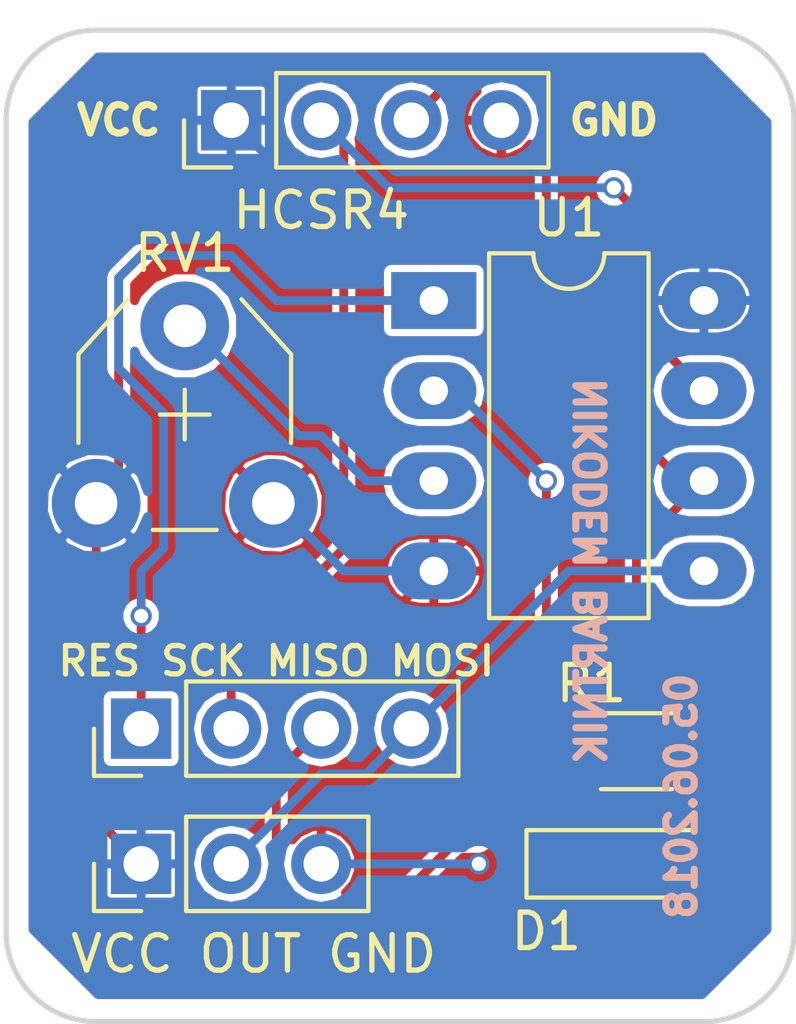
<source format=kicad_pcb>
(kicad_pcb (version 4) (host pcbnew 4.0.7)

  (general
    (links 17)
    (no_connects 0)
    (area 149.149999 91.999999 171.525001 120.317619)
    (thickness 1.6)
    (drawings 12)
    (tracks 80)
    (zones 0)
    (modules 7)
    (nets 10)
  )

  (page A4)
  (layers
    (0 F.Cu signal)
    (31 B.Cu signal)
    (32 B.Adhes user)
    (33 F.Adhes user)
    (34 B.Paste user)
    (35 F.Paste user)
    (36 B.SilkS user)
    (37 F.SilkS user)
    (38 B.Mask user)
    (39 F.Mask user)
    (40 Dwgs.User user)
    (41 Cmts.User user)
    (42 Eco1.User user)
    (43 Eco2.User user)
    (44 Edge.Cuts user)
    (45 Margin user)
    (46 B.CrtYd user)
    (47 F.CrtYd user)
    (48 B.Fab user)
    (49 F.Fab user)
  )

  (setup
    (last_trace_width 0.25)
    (trace_clearance 0.2)
    (zone_clearance 0.2)
    (zone_45_only no)
    (trace_min 0.2)
    (segment_width 0.2)
    (edge_width 0.15)
    (via_size 0.6)
    (via_drill 0.4)
    (via_min_size 0.4)
    (via_min_drill 0.3)
    (uvia_size 0.3)
    (uvia_drill 0.1)
    (uvias_allowed no)
    (uvia_min_size 0.2)
    (uvia_min_drill 0.1)
    (pcb_text_width 0.3)
    (pcb_text_size 1.5 1.5)
    (mod_edge_width 0.15)
    (mod_text_size 1 1)
    (mod_text_width 0.15)
    (pad_size 1.524 1.524)
    (pad_drill 0.762)
    (pad_to_mask_clearance 0.2)
    (aux_axis_origin 0 0)
    (visible_elements 7FFFFFFF)
    (pcbplotparams
      (layerselection 0x010f0_80000001)
      (usegerberextensions false)
      (excludeedgelayer true)
      (linewidth 0.100000)
      (plotframeref false)
      (viasonmask false)
      (mode 1)
      (useauxorigin false)
      (hpglpennumber 1)
      (hpglpenspeed 20)
      (hpglpendiameter 15)
      (hpglpenoverlay 2)
      (psnegative false)
      (psa4output false)
      (plotreference true)
      (plotvalue true)
      (plotinvisibletext false)
      (padsonsilk false)
      (subtractmaskfromsilk false)
      (outputformat 1)
      (mirror false)
      (drillshape 0)
      (scaleselection 1)
      (outputdirectory ""))
  )

  (net 0 "")
  (net 1 GND)
  (net 2 "Net-(D1-Pad2)")
  (net 3 VCC)
  (net 4 "Net-(HCSR4-Pad2)")
  (net 5 "Net-(HCSR4-Pad3)")
  (net 6 "Net-(R1-Pad2)")
  (net 7 "Net-(RV1-Pad2)")
  (net 8 "Net-(SPI1-Pad1)")
  (net 9 "Net-(SPI1-Pad4)")

  (net_class Default "To jest domyślna klasa połączeń."
    (clearance 0.2)
    (trace_width 0.25)
    (via_dia 0.6)
    (via_drill 0.4)
    (uvia_dia 0.3)
    (uvia_drill 0.1)
    (add_net GND)
    (add_net "Net-(D1-Pad2)")
    (add_net "Net-(HCSR4-Pad2)")
    (add_net "Net-(HCSR4-Pad3)")
    (add_net "Net-(R1-Pad2)")
    (add_net "Net-(RV1-Pad2)")
    (add_net "Net-(SPI1-Pad1)")
    (add_net "Net-(SPI1-Pad4)")
    (add_net VCC)
  )

  (module LEDs:LED_1206_HandSoldering (layer F.Cu) (tedit 5B16E227) (tstamp 5B16B999)
    (at 167.005 115.57)
    (descr "LED SMD 1206, hand soldering")
    (tags "LED 1206")
    (path /5B16B24E)
    (attr smd)
    (fp_text reference D1 (at -2.54 1.905) (layer F.SilkS)
      (effects (font (size 1 1) (thickness 0.15)))
    )
    (fp_text value LED (at 0 1.9) (layer F.Fab)
      (effects (font (size 1 1) (thickness 0.15)))
    )
    (fp_line (start -3.1 -0.95) (end -3.1 0.95) (layer F.SilkS) (width 0.12))
    (fp_line (start -0.4 0) (end 0.2 -0.4) (layer F.Fab) (width 0.1))
    (fp_line (start 0.2 -0.4) (end 0.2 0.4) (layer F.Fab) (width 0.1))
    (fp_line (start 0.2 0.4) (end -0.4 0) (layer F.Fab) (width 0.1))
    (fp_line (start -0.45 -0.4) (end -0.45 0.4) (layer F.Fab) (width 0.1))
    (fp_line (start -1.6 0.8) (end -1.6 -0.8) (layer F.Fab) (width 0.1))
    (fp_line (start 1.6 0.8) (end -1.6 0.8) (layer F.Fab) (width 0.1))
    (fp_line (start 1.6 -0.8) (end 1.6 0.8) (layer F.Fab) (width 0.1))
    (fp_line (start -1.6 -0.8) (end 1.6 -0.8) (layer F.Fab) (width 0.1))
    (fp_line (start -3.1 0.95) (end 1.6 0.95) (layer F.SilkS) (width 0.12))
    (fp_line (start -3.1 -0.95) (end 1.6 -0.95) (layer F.SilkS) (width 0.12))
    (fp_line (start -3.25 -1.11) (end 3.25 -1.11) (layer F.CrtYd) (width 0.05))
    (fp_line (start -3.25 -1.11) (end -3.25 1.1) (layer F.CrtYd) (width 0.05))
    (fp_line (start 3.25 1.1) (end 3.25 -1.11) (layer F.CrtYd) (width 0.05))
    (fp_line (start 3.25 1.1) (end -3.25 1.1) (layer F.CrtYd) (width 0.05))
    (pad 1 smd rect (at -2 0) (size 2 1.7) (layers F.Cu F.Paste F.Mask)
      (net 1 GND))
    (pad 2 smd rect (at 2 0) (size 2 1.7) (layers F.Cu F.Paste F.Mask)
      (net 2 "Net-(D1-Pad2)"))
    (model ${KISYS3DMOD}/LEDs.3dshapes/LED_1206.wrl
      (at (xyz 0 0 0))
      (scale (xyz 1 1 1))
      (rotate (xyz 0 0 180))
    )
  )

  (module Pin_Headers:Pin_Header_Straight_1x04_Pitch2.54mm (layer F.Cu) (tedit 5B16E293) (tstamp 5B16B9A1)
    (at 155.575 94.615 90)
    (descr "Through hole straight pin header, 1x04, 2.54mm pitch, single row")
    (tags "Through hole pin header THT 1x04 2.54mm single row")
    (path /5B16B2F6)
    (fp_text reference HCSR4 (at -2.54 2.54 180) (layer F.SilkS)
      (effects (font (size 1 1) (thickness 0.15)))
    )
    (fp_text value s (at 0 9.95 90) (layer F.Fab)
      (effects (font (size 1 1) (thickness 0.15)))
    )
    (fp_line (start -0.635 -1.27) (end 1.27 -1.27) (layer F.Fab) (width 0.1))
    (fp_line (start 1.27 -1.27) (end 1.27 8.89) (layer F.Fab) (width 0.1))
    (fp_line (start 1.27 8.89) (end -1.27 8.89) (layer F.Fab) (width 0.1))
    (fp_line (start -1.27 8.89) (end -1.27 -0.635) (layer F.Fab) (width 0.1))
    (fp_line (start -1.27 -0.635) (end -0.635 -1.27) (layer F.Fab) (width 0.1))
    (fp_line (start -1.33 8.95) (end 1.33 8.95) (layer F.SilkS) (width 0.12))
    (fp_line (start -1.33 1.27) (end -1.33 8.95) (layer F.SilkS) (width 0.12))
    (fp_line (start 1.33 1.27) (end 1.33 8.95) (layer F.SilkS) (width 0.12))
    (fp_line (start -1.33 1.27) (end 1.33 1.27) (layer F.SilkS) (width 0.12))
    (fp_line (start -1.33 0) (end -1.33 -1.33) (layer F.SilkS) (width 0.12))
    (fp_line (start -1.33 -1.33) (end 0 -1.33) (layer F.SilkS) (width 0.12))
    (fp_line (start -1.8 -1.8) (end -1.8 9.4) (layer F.CrtYd) (width 0.05))
    (fp_line (start -1.8 9.4) (end 1.8 9.4) (layer F.CrtYd) (width 0.05))
    (fp_line (start 1.8 9.4) (end 1.8 -1.8) (layer F.CrtYd) (width 0.05))
    (fp_line (start 1.8 -1.8) (end -1.8 -1.8) (layer F.CrtYd) (width 0.05))
    (fp_text user %R (at 2.54 3.175 180) (layer F.Fab)
      (effects (font (size 1 1) (thickness 0.15)))
    )
    (pad 1 thru_hole rect (at 0 0 90) (size 1.7 1.7) (drill 1) (layers *.Cu *.Mask)
      (net 3 VCC))
    (pad 2 thru_hole oval (at 0 2.54 90) (size 1.7 1.7) (drill 1) (layers *.Cu *.Mask)
      (net 4 "Net-(HCSR4-Pad2)"))
    (pad 3 thru_hole oval (at 0 5.08 90) (size 1.7 1.7) (drill 1) (layers *.Cu *.Mask)
      (net 5 "Net-(HCSR4-Pad3)"))
    (pad 4 thru_hole oval (at 0 7.62 90) (size 1.7 1.7) (drill 1) (layers *.Cu *.Mask)
      (net 1 GND))
    (model ${KISYS3DMOD}/Pin_Headers.3dshapes/Pin_Header_Straight_1x04_Pitch2.54mm.wrl
      (at (xyz 0 0 0))
      (scale (xyz 1 1 1))
      (rotate (xyz 0 0 0))
    )
  )

  (module Resistors_SMD:R_1206_HandSoldering (layer F.Cu) (tedit 5B16E224) (tstamp 5B16B9A7)
    (at 167.005 112.395 180)
    (descr "Resistor SMD 1206, hand soldering")
    (tags "resistor 1206")
    (path /5B16B1A9)
    (attr smd)
    (fp_text reference R1 (at 1.27 1.905 180) (layer F.SilkS)
      (effects (font (size 1 1) (thickness 0.15)))
    )
    (fp_text value 10 (at 0 1.9 180) (layer F.Fab)
      (effects (font (size 1 1) (thickness 0.15)))
    )
    (fp_text user %R (at 0 0 180) (layer F.Fab)
      (effects (font (size 0.7 0.7) (thickness 0.105)))
    )
    (fp_line (start -1.6 0.8) (end -1.6 -0.8) (layer F.Fab) (width 0.1))
    (fp_line (start 1.6 0.8) (end -1.6 0.8) (layer F.Fab) (width 0.1))
    (fp_line (start 1.6 -0.8) (end 1.6 0.8) (layer F.Fab) (width 0.1))
    (fp_line (start -1.6 -0.8) (end 1.6 -0.8) (layer F.Fab) (width 0.1))
    (fp_line (start 1 1.07) (end -1 1.07) (layer F.SilkS) (width 0.12))
    (fp_line (start -1 -1.07) (end 1 -1.07) (layer F.SilkS) (width 0.12))
    (fp_line (start -3.25 -1.11) (end 3.25 -1.11) (layer F.CrtYd) (width 0.05))
    (fp_line (start -3.25 -1.11) (end -3.25 1.1) (layer F.CrtYd) (width 0.05))
    (fp_line (start 3.25 1.1) (end 3.25 -1.11) (layer F.CrtYd) (width 0.05))
    (fp_line (start 3.25 1.1) (end -3.25 1.1) (layer F.CrtYd) (width 0.05))
    (pad 1 smd rect (at -2 0 180) (size 2 1.7) (layers F.Cu F.Paste F.Mask)
      (net 2 "Net-(D1-Pad2)"))
    (pad 2 smd rect (at 2 0 180) (size 2 1.7) (layers F.Cu F.Paste F.Mask)
      (net 6 "Net-(R1-Pad2)"))
    (model ${KISYS3DMOD}/Resistors_SMD.3dshapes/R_1206.wrl
      (at (xyz 0 0 0))
      (scale (xyz 1 1 1))
      (rotate (xyz 0 0 0))
    )
  )

  (module Pin_Headers:Pin_Header_Straight_1x04_Pitch2.54mm (layer F.Cu) (tedit 5B16E317) (tstamp 5B16B9B6)
    (at 153.035 111.76 90)
    (descr "Through hole straight pin header, 1x04, 2.54mm pitch, single row")
    (tags "Through hole pin header THT 1x04 2.54mm single row")
    (path /5B16B547)
    (fp_text reference "RES SCK MISO MOSI" (at 1.905 3.81 180) (layer F.SilkS)
      (effects (font (size 0.8 0.8) (thickness 0.15)))
    )
    (fp_text value Conn_01x04 (at 0 9.95 90) (layer F.Fab) hide
      (effects (font (size 1 1) (thickness 0.15)))
    )
    (fp_line (start -0.635 -1.27) (end 1.27 -1.27) (layer F.Fab) (width 0.1))
    (fp_line (start 1.27 -1.27) (end 1.27 8.89) (layer F.Fab) (width 0.1))
    (fp_line (start 1.27 8.89) (end -1.27 8.89) (layer F.Fab) (width 0.1))
    (fp_line (start -1.27 8.89) (end -1.27 -0.635) (layer F.Fab) (width 0.1))
    (fp_line (start -1.27 -0.635) (end -0.635 -1.27) (layer F.Fab) (width 0.1))
    (fp_line (start -1.33 8.95) (end 1.33 8.95) (layer F.SilkS) (width 0.12))
    (fp_line (start -1.33 1.27) (end -1.33 8.95) (layer F.SilkS) (width 0.12))
    (fp_line (start 1.33 1.27) (end 1.33 8.95) (layer F.SilkS) (width 0.12))
    (fp_line (start -1.33 1.27) (end 1.33 1.27) (layer F.SilkS) (width 0.12))
    (fp_line (start -1.33 0) (end -1.33 -1.33) (layer F.SilkS) (width 0.12))
    (fp_line (start -1.33 -1.33) (end 0 -1.33) (layer F.SilkS) (width 0.12))
    (fp_line (start -1.8 -1.8) (end -1.8 9.4) (layer F.CrtYd) (width 0.05))
    (fp_line (start -1.8 9.4) (end 1.8 9.4) (layer F.CrtYd) (width 0.05))
    (fp_line (start 1.8 9.4) (end 1.8 -1.8) (layer F.CrtYd) (width 0.05))
    (fp_line (start 1.8 -1.8) (end -1.8 -1.8) (layer F.CrtYd) (width 0.05))
    (fp_text user %R (at 0 3.81 180) (layer F.Fab)
      (effects (font (size 1 1) (thickness 0.15)))
    )
    (pad 1 thru_hole rect (at 0 0 90) (size 1.7 1.7) (drill 1) (layers *.Cu *.Mask)
      (net 8 "Net-(SPI1-Pad1)"))
    (pad 2 thru_hole oval (at 0 2.54 90) (size 1.7 1.7) (drill 1) (layers *.Cu *.Mask)
      (net 4 "Net-(HCSR4-Pad2)"))
    (pad 3 thru_hole oval (at 0 5.08 90) (size 1.7 1.7) (drill 1) (layers *.Cu *.Mask)
      (net 5 "Net-(HCSR4-Pad3)"))
    (pad 4 thru_hole oval (at 0 7.62 90) (size 1.7 1.7) (drill 1) (layers *.Cu *.Mask)
      (net 9 "Net-(SPI1-Pad4)"))
    (model ${KISYS3DMOD}/Pin_Headers.3dshapes/Pin_Header_Straight_1x04_Pitch2.54mm.wrl
      (at (xyz 0 0 0))
      (scale (xyz 1 1 1))
      (rotate (xyz 0 0 0))
    )
  )

  (module Pin_Headers:Pin_Header_Straight_1x03_Pitch2.54mm (layer F.Cu) (tedit 5B16E240) (tstamp 5B16B9BD)
    (at 153.035 115.57 90)
    (descr "Through hole straight pin header, 1x03, 2.54mm pitch, single row")
    (tags "Through hole pin header THT 1x03 2.54mm single row")
    (path /5B16B500)
    (fp_text reference "VCC OUT GND" (at -2.54 3.175 180) (layer F.SilkS)
      (effects (font (size 1 1) (thickness 0.15)))
    )
    (fp_text value Conn_01x03 (at 0 7.41 90) (layer F.Fab) hide
      (effects (font (size 1 1) (thickness 0.15)))
    )
    (fp_line (start -0.635 -1.27) (end 1.27 -1.27) (layer F.Fab) (width 0.1))
    (fp_line (start 1.27 -1.27) (end 1.27 6.35) (layer F.Fab) (width 0.1))
    (fp_line (start 1.27 6.35) (end -1.27 6.35) (layer F.Fab) (width 0.1))
    (fp_line (start -1.27 6.35) (end -1.27 -0.635) (layer F.Fab) (width 0.1))
    (fp_line (start -1.27 -0.635) (end -0.635 -1.27) (layer F.Fab) (width 0.1))
    (fp_line (start -1.33 6.41) (end 1.33 6.41) (layer F.SilkS) (width 0.12))
    (fp_line (start -1.33 1.27) (end -1.33 6.41) (layer F.SilkS) (width 0.12))
    (fp_line (start 1.33 1.27) (end 1.33 6.41) (layer F.SilkS) (width 0.12))
    (fp_line (start -1.33 1.27) (end 1.33 1.27) (layer F.SilkS) (width 0.12))
    (fp_line (start -1.33 0) (end -1.33 -1.33) (layer F.SilkS) (width 0.12))
    (fp_line (start -1.33 -1.33) (end 0 -1.33) (layer F.SilkS) (width 0.12))
    (fp_line (start -1.8 -1.8) (end -1.8 6.85) (layer F.CrtYd) (width 0.05))
    (fp_line (start -1.8 6.85) (end 1.8 6.85) (layer F.CrtYd) (width 0.05))
    (fp_line (start 1.8 6.85) (end 1.8 -1.8) (layer F.CrtYd) (width 0.05))
    (fp_line (start 1.8 -1.8) (end -1.8 -1.8) (layer F.CrtYd) (width 0.05))
    (fp_text user %R (at 0 2.54 180) (layer F.Fab) hide
      (effects (font (size 1 1) (thickness 0.15)))
    )
    (pad 1 thru_hole rect (at 0 0 90) (size 1.7 1.7) (drill 1) (layers *.Cu *.Mask)
      (net 3 VCC))
    (pad 2 thru_hole oval (at 0 2.54 90) (size 1.7 1.7) (drill 1) (layers *.Cu *.Mask)
      (net 9 "Net-(SPI1-Pad4)"))
    (pad 3 thru_hole oval (at 0 5.08 90) (size 1.7 1.7) (drill 1) (layers *.Cu *.Mask)
      (net 1 GND))
    (model ${KISYS3DMOD}/Pin_Headers.3dshapes/Pin_Header_Straight_1x03_Pitch2.54mm.wrl
      (at (xyz 0 0 0))
      (scale (xyz 1 1 1))
      (rotate (xyz 0 0 0))
    )
  )

  (module Housings_DIP:DIP-8_W7.62mm_LongPads (layer F.Cu) (tedit 5B16E058) (tstamp 5B16B9C9)
    (at 161.29 99.695)
    (descr "8-lead though-hole mounted DIP package, row spacing 7.62 mm (300 mils), LongPads")
    (tags "THT DIP DIL PDIP 2.54mm 7.62mm 300mil LongPads")
    (path /5B16B156)
    (fp_text reference U1 (at 3.81 -2.33) (layer F.SilkS)
      (effects (font (size 1 1) (thickness 0.15)))
    )
    (fp_text value ATTINY45-20PU (at 4.445 4.445 90) (layer F.Fab) hide
      (effects (font (size 1 1) (thickness 0.15)))
    )
    (fp_arc (start 3.81 -1.33) (end 2.81 -1.33) (angle -180) (layer F.SilkS) (width 0.12))
    (fp_line (start 1.635 -1.27) (end 6.985 -1.27) (layer F.Fab) (width 0.1))
    (fp_line (start 6.985 -1.27) (end 6.985 8.89) (layer F.Fab) (width 0.1))
    (fp_line (start 6.985 8.89) (end 0.635 8.89) (layer F.Fab) (width 0.1))
    (fp_line (start 0.635 8.89) (end 0.635 -0.27) (layer F.Fab) (width 0.1))
    (fp_line (start 0.635 -0.27) (end 1.635 -1.27) (layer F.Fab) (width 0.1))
    (fp_line (start 2.81 -1.33) (end 1.56 -1.33) (layer F.SilkS) (width 0.12))
    (fp_line (start 1.56 -1.33) (end 1.56 8.95) (layer F.SilkS) (width 0.12))
    (fp_line (start 1.56 8.95) (end 6.06 8.95) (layer F.SilkS) (width 0.12))
    (fp_line (start 6.06 8.95) (end 6.06 -1.33) (layer F.SilkS) (width 0.12))
    (fp_line (start 6.06 -1.33) (end 4.81 -1.33) (layer F.SilkS) (width 0.12))
    (fp_line (start -1.45 -1.55) (end -1.45 9.15) (layer F.CrtYd) (width 0.05))
    (fp_line (start -1.45 9.15) (end 9.1 9.15) (layer F.CrtYd) (width 0.05))
    (fp_line (start 9.1 9.15) (end 9.1 -1.55) (layer F.CrtYd) (width 0.05))
    (fp_line (start 9.1 -1.55) (end -1.45 -1.55) (layer F.CrtYd) (width 0.05))
    (fp_text user %R (at 3.81 3.81) (layer F.Fab)
      (effects (font (size 1 1) (thickness 0.15)))
    )
    (pad 1 thru_hole rect (at 0 0) (size 2.4 1.6) (drill 0.8) (layers *.Cu *.Mask)
      (net 8 "Net-(SPI1-Pad1)"))
    (pad 5 thru_hole oval (at 7.62 7.62) (size 2.4 1.6) (drill 0.8) (layers *.Cu *.Mask)
      (net 9 "Net-(SPI1-Pad4)"))
    (pad 2 thru_hole oval (at 0 2.54) (size 2.4 1.6) (drill 0.8) (layers *.Cu *.Mask)
      (net 6 "Net-(R1-Pad2)"))
    (pad 6 thru_hole oval (at 7.62 5.08) (size 2.4 1.6) (drill 0.8) (layers *.Cu *.Mask)
      (net 5 "Net-(HCSR4-Pad3)"))
    (pad 3 thru_hole oval (at 0 5.08) (size 2.4 1.6) (drill 0.8) (layers *.Cu *.Mask)
      (net 7 "Net-(RV1-Pad2)"))
    (pad 7 thru_hole oval (at 7.62 2.54) (size 2.4 1.6) (drill 0.8) (layers *.Cu *.Mask)
      (net 4 "Net-(HCSR4-Pad2)"))
    (pad 4 thru_hole oval (at 0 7.62) (size 2.4 1.6) (drill 0.8) (layers *.Cu *.Mask)
      (net 1 GND))
    (pad 8 thru_hole oval (at 7.62 0) (size 2.4 1.6) (drill 0.8) (layers *.Cu *.Mask)
      (net 3 VCC))
    (model ${KISYS3DMOD}/Housings_DIP.3dshapes/DIP-8_W7.62mm.wrl
      (at (xyz 0 0 0))
      (scale (xyz 1 1 1))
      (rotate (xyz 0 0 0))
    )
  )

  (module Potentiometers:Potentiometer_Trimmer_VishaySpectrol_Econtrim-Type36T (layer F.Cu) (tedit 588234B0) (tstamp 5B16E06B)
    (at 151.765 105.41)
    (descr "Potentiometer, Trimmer, Spectrol Type 36T, Econtrim, Rev A, 02 Aug 2010,")
    (tags "Potentiometer Trimmer Spectrol Type 36T Econtrim Rev A 02 Aug 2010 ")
    (path /5B16B2B5)
    (fp_text reference RV1 (at 2.5 -7.05) (layer F.SilkS)
      (effects (font (size 1 1) (thickness 0.15)))
    )
    (fp_text value POT (at 2.5 2.05) (layer F.Fab)
      (effects (font (size 1 1) (thickness 0.15)))
    )
    (fp_line (start -0.4 -4.15) (end 1.1 -5.8) (layer F.Fab) (width 0.1))
    (fp_line (start 1.1 -5.8) (end 1.5 -5.8) (layer F.Fab) (width 0.1))
    (fp_line (start -0.4 -4.15) (end -0.4 0.65) (layer F.Fab) (width 0.1))
    (fp_line (start -0.4 0.65) (end 5.4 0.65) (layer F.Fab) (width 0.1))
    (fp_line (start 5.4 0.65) (end 5.4 -4.15) (layer F.Fab) (width 0.1))
    (fp_line (start 5.4 -4.15) (end 3.9 -5.8) (layer F.Fab) (width 0.1))
    (fp_line (start 3.9 -5.8) (end 1.15 -5.8) (layer F.Fab) (width 0.1))
    (fp_line (start 1.8 -2.5) (end 3.2 -2.5) (layer F.Fab) (width 0.1))
    (fp_line (start 2.5 -1.8) (end 2.5 -3.2) (layer F.Fab) (width 0.1))
    (fp_line (start 1.6 0.75) (end 3.4 0.75) (layer F.SilkS) (width 0.12))
    (fp_line (start 2.5 -1.8) (end 2.5 -3.2) (layer F.SilkS) (width 0.12))
    (fp_line (start 1.8 -2.5) (end 3.2 -2.5) (layer F.SilkS) (width 0.12))
    (fp_line (start 4.1 -5.75) (end 5.5 -4.2) (layer F.SilkS) (width 0.12))
    (fp_line (start 5.5 -4.2) (end 5.5 -1.7) (layer F.SilkS) (width 0.12))
    (fp_line (start 0.9 -5.75) (end -0.5 -4.2) (layer F.SilkS) (width 0.12))
    (fp_line (start -0.5 -4.2) (end -0.5 -1.7) (layer F.SilkS) (width 0.12))
    (fp_line (start -1.5 -6.5) (end 6.5 -6.5) (layer F.CrtYd) (width 0.05))
    (fp_line (start -1.5 -6.5) (end -1.5 1.5) (layer F.CrtYd) (width 0.05))
    (fp_line (start 6.5 1.5) (end 6.5 -6.5) (layer F.CrtYd) (width 0.05))
    (fp_line (start 6.5 1.5) (end -1.5 1.5) (layer F.CrtYd) (width 0.05))
    (pad 2 thru_hole circle (at 2.5 -5) (size 2.5 2.5) (drill 1.2) (layers *.Cu *.Mask)
      (net 7 "Net-(RV1-Pad2)"))
    (pad 3 thru_hole circle (at 5 0) (size 2.5 2.5) (drill 1.2) (layers *.Cu *.Mask)
      (net 1 GND))
    (pad 1 thru_hole circle (at 0 0) (size 2.5 2.5) (drill 1.2) (layers *.Cu *.Mask)
      (net 3 VCC))
  )

  (gr_text GND (at 166.37 94.615) (layer F.SilkS)
    (effects (font (size 0.8 0.8) (thickness 0.2)))
  )
  (gr_text VCC (at 152.4 94.615) (layer F.SilkS)
    (effects (font (size 0.8 0.8) (thickness 0.2)))
  )
  (gr_text 05.06.2018 (at 168.275 113.665 90) (layer B.SilkS)
    (effects (font (size 0.8 0.8) (thickness 0.2)) (justify mirror))
  )
  (gr_text "NIKODEM BARTNIK" (at 165.735 107.315 90) (layer B.SilkS)
    (effects (font (size 0.8 0.8) (thickness 0.2)) (justify mirror))
  )
  (gr_line (start 149.225 117.475) (end 149.225 94.615) (angle 90) (layer Edge.Cuts) (width 0.15))
  (gr_line (start 168.91 120.015) (end 151.765 120.015) (angle 90) (layer Edge.Cuts) (width 0.15))
  (gr_line (start 171.45 94.615) (end 171.45 117.475) (angle 90) (layer Edge.Cuts) (width 0.15))
  (gr_line (start 151.765 92.075) (end 168.91 92.075) (angle 90) (layer Edge.Cuts) (width 0.15))
  (gr_arc (start 168.91 94.615) (end 168.91 92.075) (angle 90) (layer Edge.Cuts) (width 0.15))
  (gr_arc (start 168.91 117.475) (end 171.45 117.475) (angle 90) (layer Edge.Cuts) (width 0.15))
  (gr_arc (start 151.765 117.475) (end 151.765 120.015) (angle 90) (layer Edge.Cuts) (width 0.15))
  (gr_arc (start 151.765 94.615) (end 149.225 94.615) (angle 90) (layer Edge.Cuts) (width 0.15))

  (segment (start 161.29 107.315) (end 159.385 109.22) (width 0.25) (layer F.Cu) (net 1) (status 80000))
  (segment (start 159.385 109.22) (end 159.385 113.03) (width 0.25) (layer F.Cu) (net 1) (status 80000))
  (segment (start 159.385 113.03) (end 158.115 114.3) (width 0.25) (layer F.Cu) (net 1) (status 80000))
  (segment (start 158.115 114.3) (end 158.115 115.57) (width 0.25) (layer F.Cu) (net 1) (status 80000))
  (segment (start 161.29 107.315) (end 162.56 106.045) (width 0.25) (layer F.Cu) (net 1) (status 80000))
  (segment (start 162.56 106.045) (end 163.195 106.045) (width 0.25) (layer F.Cu) (net 1) (status 80000))
  (segment (start 163.195 106.045) (end 163.195 94.615) (width 0.25) (layer F.Cu) (net 1) (status 80000))
  (segment (start 156.765 105.41) (end 156.845 105.41) (width 0.25) (layer B.Cu) (net 1) (status 80000))
  (segment (start 156.845 105.41) (end 158.75 107.315) (width 0.25) (layer B.Cu) (net 1) (status 80000))
  (segment (start 158.75 107.315) (end 161.29 107.315) (width 0.25) (layer B.Cu) (net 1) (status 80000))
  (segment (start 158.115 115.57) (end 162.56 115.57) (width 0.25) (layer B.Cu) (net 1) (status 80000))
  (via (at 162.56 115.57) (size 0.6) (layers F.Cu B.Cu) (net 1) (status 80000))
  (segment (start 162.56 115.57) (end 165.005 115.57) (width 0.25) (layer F.Cu) (net 1) (status 80000))
  (segment (start 169.005 115.57) (end 168.91 115.57) (width 0.25) (layer F.Cu) (net 2) (status 80000))
  (segment (start 168.91 115.57) (end 168.91 112.395) (width 0.25) (layer F.Cu) (net 2) (status 80000))
  (segment (start 168.91 112.395) (end 169.005 112.395) (width 0.25) (layer F.Cu) (net 2) (tstamp 5B16E1DB) (status 80000))
  (segment (start 155.575 94.615) (end 159.385 98.425) (width 0.25) (layer B.Cu) (net 3) (status 80000))
  (segment (start 159.385 98.425) (end 163.195 98.425) (width 0.25) (layer B.Cu) (net 3) (status 80000))
  (segment (start 163.195 98.425) (end 164.465 99.695) (width 0.25) (layer B.Cu) (net 3) (status 80000))
  (segment (start 164.465 99.695) (end 168.91 99.695) (width 0.25) (layer B.Cu) (net 3) (status 80000))
  (segment (start 151.765 105.41) (end 152.4 104.775) (width 0.25) (layer F.Cu) (net 3) (status 80000))
  (segment (start 152.4 104.775) (end 152.4 99.06) (width 0.25) (layer F.Cu) (net 3) (status 80000))
  (segment (start 152.4 99.06) (end 155.575 95.885) (width 0.25) (layer F.Cu) (net 3) (status 80000))
  (segment (start 155.575 95.885) (end 155.575 94.615) (width 0.25) (layer F.Cu) (net 3) (status 80000))
  (segment (start 153.035 115.57) (end 151.765 114.3) (width 0.25) (layer F.Cu) (net 3) (status 80000))
  (segment (start 151.765 114.3) (end 151.765 105.41) (width 0.25) (layer F.Cu) (net 3) (status 80000))
  (segment (start 158.115 94.615) (end 160.02 96.52) (width 0.25) (layer B.Cu) (net 4) (status 80000))
  (segment (start 160.02 96.52) (end 166.37 96.52) (width 0.25) (layer B.Cu) (net 4) (status 80000))
  (via (at 166.37 96.52) (size 0.6) (layers F.Cu B.Cu) (net 4) (status 80000))
  (segment (start 166.37 96.52) (end 167.005 97.155) (width 0.25) (layer F.Cu) (net 4) (status 80000))
  (segment (start 167.005 97.155) (end 167.005 100.965) (width 0.25) (layer F.Cu) (net 4) (status 80000))
  (segment (start 167.005 100.965) (end 167.64 100.965) (width 0.25) (layer F.Cu) (net 4) (status 80000))
  (segment (start 167.64 100.965) (end 168.91 102.235) (width 0.25) (layer F.Cu) (net 4) (status 80000))
  (segment (start 158.115 94.615) (end 158.75 95.25) (width 0.25) (layer F.Cu) (net 4) (status 80000))
  (segment (start 158.75 95.25) (end 158.75 106.68) (width 0.25) (layer F.Cu) (net 4) (status 80000))
  (segment (start 158.75 106.68) (end 155.575 109.855) (width 0.25) (layer F.Cu) (net 4) (status 80000))
  (segment (start 155.575 109.855) (end 155.575 111.76) (width 0.25) (layer F.Cu) (net 4) (status 80000))
  (segment (start 168.91 104.775) (end 168.275 104.775) (width 0.25) (layer F.Cu) (net 5) (status 80000))
  (segment (start 168.275 104.775) (end 164.465 100.965) (width 0.25) (layer F.Cu) (net 5) (status 80000))
  (segment (start 164.465 100.965) (end 164.465 93.345) (width 0.25) (layer F.Cu) (net 5) (status 80000))
  (segment (start 164.465 93.345) (end 161.925 93.345) (width 0.25) (layer F.Cu) (net 5) (status 80000))
  (segment (start 161.925 93.345) (end 160.655 94.615) (width 0.25) (layer F.Cu) (net 5) (status 80000))
  (segment (start 158.115 111.76) (end 156.845 113.03) (width 0.25) (layer F.Cu) (net 5) (status 80000))
  (segment (start 156.845 113.03) (end 156.845 116.84) (width 0.25) (layer F.Cu) (net 5) (status 80000))
  (segment (start 156.845 116.84) (end 160.02 116.84) (width 0.25) (layer F.Cu) (net 5) (status 80000))
  (segment (start 160.02 116.84) (end 161.925 114.935) (width 0.25) (layer F.Cu) (net 5) (status 80000))
  (segment (start 161.925 114.935) (end 162.56 114.935) (width 0.25) (layer F.Cu) (net 5) (status 80000))
  (segment (start 162.56 114.935) (end 163.195 114.3) (width 0.25) (layer F.Cu) (net 5) (status 80000))
  (segment (start 163.195 114.3) (end 165.735 114.3) (width 0.25) (layer F.Cu) (net 5) (status 80000))
  (segment (start 165.735 114.3) (end 167.005 113.03) (width 0.25) (layer F.Cu) (net 5) (status 80000))
  (segment (start 167.005 113.03) (end 167.005 106.045) (width 0.25) (layer F.Cu) (net 5) (status 80000))
  (segment (start 167.005 106.045) (end 167.64 106.045) (width 0.25) (layer F.Cu) (net 5) (status 80000))
  (segment (start 167.64 106.045) (end 168.91 104.775) (width 0.25) (layer F.Cu) (net 5) (status 80000))
  (segment (start 165.005 112.395) (end 165.1 112.395) (width 0.25) (layer F.Cu) (net 6) (status 80000))
  (segment (start 165.1 112.395) (end 164.465 111.76) (width 0.25) (layer F.Cu) (net 6) (status 80000))
  (segment (start 164.465 111.76) (end 164.465 104.775) (width 0.25) (layer F.Cu) (net 6) (status 80000))
  (via (at 164.465 104.775) (size 0.6) (layers F.Cu B.Cu) (net 6) (status 80000))
  (segment (start 164.465 104.775) (end 161.925 102.235) (width 0.25) (layer B.Cu) (net 6) (status 80000))
  (segment (start 161.925 102.235) (end 161.29 102.235) (width 0.25) (layer B.Cu) (net 6) (status 80000))
  (segment (start 154.265 100.41) (end 154.305 100.33) (width 0.25) (layer B.Cu) (net 7) (status 80000))
  (segment (start 154.305 100.33) (end 157.48 103.505) (width 0.25) (layer B.Cu) (net 7) (status 80000))
  (segment (start 157.48 103.505) (end 158.115 103.505) (width 0.25) (layer B.Cu) (net 7) (status 80000))
  (segment (start 158.115 103.505) (end 159.385 104.775) (width 0.25) (layer B.Cu) (net 7) (status 80000))
  (segment (start 159.385 104.775) (end 161.29 104.775) (width 0.25) (layer B.Cu) (net 7) (status 80000))
  (segment (start 153.035 111.76) (end 153.035 108.585) (width 0.25) (layer F.Cu) (net 8) (status 80000))
  (via (at 153.035 108.585) (size 0.6) (layers F.Cu B.Cu) (net 8) (status 80000))
  (segment (start 153.035 108.585) (end 153.035 107.315) (width 0.25) (layer B.Cu) (net 8) (status 80000))
  (segment (start 153.035 107.315) (end 153.67 106.68) (width 0.25) (layer B.Cu) (net 8) (status 80000))
  (segment (start 153.67 106.68) (end 153.67 102.87) (width 0.25) (layer B.Cu) (net 8) (status 80000))
  (segment (start 153.67 102.87) (end 152.4 101.6) (width 0.25) (layer B.Cu) (net 8) (status 80000))
  (segment (start 152.4 101.6) (end 152.4 99.06) (width 0.25) (layer B.Cu) (net 8) (status 80000))
  (segment (start 152.4 99.06) (end 153.035 98.425) (width 0.25) (layer B.Cu) (net 8) (status 80000))
  (segment (start 153.035 98.425) (end 155.575 98.425) (width 0.25) (layer B.Cu) (net 8) (status 80000))
  (segment (start 155.575 98.425) (end 156.845 99.695) (width 0.25) (layer B.Cu) (net 8) (status 80000))
  (segment (start 156.845 99.695) (end 161.29 99.695) (width 0.25) (layer B.Cu) (net 8) (status 80000))
  (segment (start 160.655 111.76) (end 165.1 107.315) (width 0.25) (layer B.Cu) (net 9) (status 80000))
  (segment (start 165.1 107.315) (end 168.91 107.315) (width 0.25) (layer B.Cu) (net 9) (status 80000))
  (segment (start 155.575 115.57) (end 158.115 113.03) (width 0.25) (layer B.Cu) (net 9) (status 80000))
  (segment (start 158.115 113.03) (end 159.385 113.03) (width 0.25) (layer B.Cu) (net 9) (status 80000))
  (segment (start 159.385 113.03) (end 160.655 111.76) (width 0.25) (layer B.Cu) (net 9) (status 80000))

  (zone (net 1) (net_name GND) (layer F.Cu) (tstamp 5B16E121) (hatch edge 0.508)
    (connect_pads (clearance 0.2))
    (min_thickness 0.254)
    (fill yes (arc_segments 16) (thermal_gap 0.1) (thermal_bridge_width 0.255))
    (polygon
      (pts
        (xy 149.86 117.475) (xy 149.86 94.615) (xy 151.765 92.71) (xy 168.91 92.71) (xy 170.815 94.615)
        (xy 170.815 117.475) (xy 168.91 119.38) (xy 151.765 119.38)
      )
    )
    (filled_polygon
      (pts
        (xy 170.688 94.667606) (xy 170.688 117.422394) (xy 168.857394 119.253) (xy 151.817606 119.253) (xy 149.987 117.422394)
        (xy 149.987 105.722308) (xy 150.187727 105.722308) (xy 150.427305 106.302132) (xy 150.870535 106.746136) (xy 151.313 106.929863)
        (xy 151.313 114.3) (xy 151.347406 114.472973) (xy 151.445388 114.619612) (xy 151.851594 115.025818) (xy 151.851594 116.42)
        (xy 151.874395 116.541179) (xy 151.946012 116.652474) (xy 152.055286 116.727138) (xy 152.185 116.753406) (xy 153.885 116.753406)
        (xy 154.006179 116.730605) (xy 154.117474 116.658988) (xy 154.192138 116.549714) (xy 154.218406 116.42) (xy 154.218406 115.546941)
        (xy 154.398 115.546941) (xy 154.398 115.593059) (xy 154.487594 116.043477) (xy 154.742735 116.425324) (xy 155.124582 116.680465)
        (xy 155.575 116.770059) (xy 156.025418 116.680465) (xy 156.393 116.434856) (xy 156.393 116.84) (xy 156.427406 117.012973)
        (xy 156.525388 117.159612) (xy 156.672027 117.257594) (xy 156.845 117.292) (xy 160.02 117.292) (xy 160.192973 117.257594)
        (xy 160.339612 117.159612) (xy 161.871974 115.62725) (xy 163.778 115.62725) (xy 163.778 116.465153) (xy 163.812559 116.548585)
        (xy 163.876415 116.612441) (xy 163.959847 116.647) (xy 164.94775 116.647) (xy 165.0045 116.59025) (xy 165.0045 115.5705)
        (xy 165.0055 115.5705) (xy 165.0055 116.59025) (xy 165.06225 116.647) (xy 166.050153 116.647) (xy 166.133585 116.612441)
        (xy 166.197441 116.548585) (xy 166.232 116.465153) (xy 166.232 115.62725) (xy 166.17525 115.5705) (xy 165.0055 115.5705)
        (xy 165.0045 115.5705) (xy 163.83475 115.5705) (xy 163.778 115.62725) (xy 161.871974 115.62725) (xy 162.112224 115.387)
        (xy 162.56 115.387) (xy 162.732973 115.352594) (xy 162.879612 115.254612) (xy 163.382225 114.752) (xy 163.778 114.752)
        (xy 163.778 115.51275) (xy 163.83475 115.5695) (xy 165.0045 115.5695) (xy 165.0045 115.5495) (xy 165.0055 115.5495)
        (xy 165.0055 115.5695) (xy 166.17525 115.5695) (xy 166.232 115.51275) (xy 166.232 114.674847) (xy 166.197441 114.591415)
        (xy 166.140125 114.534099) (xy 167.324612 113.349612) (xy 167.422594 113.202973) (xy 167.457 113.03) (xy 167.457 111.545)
        (xy 167.671594 111.545) (xy 167.671594 113.245) (xy 167.694395 113.366179) (xy 167.766012 113.477474) (xy 167.875286 113.552138)
        (xy 168.005 113.578406) (xy 168.458 113.578406) (xy 168.458 114.386594) (xy 168.005 114.386594) (xy 167.883821 114.409395)
        (xy 167.772526 114.481012) (xy 167.697862 114.590286) (xy 167.671594 114.72) (xy 167.671594 116.42) (xy 167.694395 116.541179)
        (xy 167.766012 116.652474) (xy 167.875286 116.727138) (xy 168.005 116.753406) (xy 170.005 116.753406) (xy 170.126179 116.730605)
        (xy 170.237474 116.658988) (xy 170.312138 116.549714) (xy 170.338406 116.42) (xy 170.338406 114.72) (xy 170.315605 114.598821)
        (xy 170.243988 114.487526) (xy 170.134714 114.412862) (xy 170.005 114.386594) (xy 169.362 114.386594) (xy 169.362 113.578406)
        (xy 170.005 113.578406) (xy 170.126179 113.555605) (xy 170.237474 113.483988) (xy 170.312138 113.374714) (xy 170.338406 113.245)
        (xy 170.338406 111.545) (xy 170.315605 111.423821) (xy 170.243988 111.312526) (xy 170.134714 111.237862) (xy 170.005 111.211594)
        (xy 168.005 111.211594) (xy 167.883821 111.234395) (xy 167.772526 111.306012) (xy 167.697862 111.415286) (xy 167.671594 111.545)
        (xy 167.457 111.545) (xy 167.457 107.773414) (xy 167.683175 108.111909) (xy 168.0488 108.356212) (xy 168.480084 108.442)
        (xy 169.339916 108.442) (xy 169.7712 108.356212) (xy 170.136825 108.111909) (xy 170.381128 107.746284) (xy 170.466916 107.315)
        (xy 170.381128 106.883716) (xy 170.136825 106.518091) (xy 169.7712 106.273788) (xy 169.339916 106.188) (xy 168.480084 106.188)
        (xy 168.050842 106.273382) (xy 168.431824 105.8924) (xy 168.480084 105.902) (xy 169.339916 105.902) (xy 169.7712 105.816212)
        (xy 170.136825 105.571909) (xy 170.381128 105.206284) (xy 170.466916 104.775) (xy 170.381128 104.343716) (xy 170.136825 103.978091)
        (xy 169.7712 103.733788) (xy 169.339916 103.648) (xy 168.480084 103.648) (xy 168.0488 103.733788) (xy 167.943423 103.804199)
        (xy 164.917 100.777776) (xy 164.917 96.644171) (xy 165.742891 96.644171) (xy 165.838145 96.874703) (xy 166.014369 97.051235)
        (xy 166.244735 97.146891) (xy 166.357765 97.14699) (xy 166.553 97.342225) (xy 166.553 100.965) (xy 166.587406 101.137973)
        (xy 166.685388 101.284612) (xy 166.832027 101.382594) (xy 167.005 101.417) (xy 167.452776 101.417) (xy 167.599338 101.563562)
        (xy 167.438872 101.803716) (xy 167.353084 102.235) (xy 167.438872 102.666284) (xy 167.683175 103.031909) (xy 168.0488 103.276212)
        (xy 168.480084 103.362) (xy 169.339916 103.362) (xy 169.7712 103.276212) (xy 170.136825 103.031909) (xy 170.381128 102.666284)
        (xy 170.466916 102.235) (xy 170.381128 101.803716) (xy 170.136825 101.438091) (xy 169.7712 101.193788) (xy 169.339916 101.108)
        (xy 168.480084 101.108) (xy 168.431824 101.1176) (xy 168.050842 100.736618) (xy 168.480084 100.822) (xy 169.339916 100.822)
        (xy 169.7712 100.736212) (xy 170.136825 100.491909) (xy 170.381128 100.126284) (xy 170.466916 99.695) (xy 170.381128 99.263716)
        (xy 170.136825 98.898091) (xy 169.7712 98.653788) (xy 169.339916 98.568) (xy 168.480084 98.568) (xy 168.0488 98.653788)
        (xy 167.683175 98.898091) (xy 167.457 99.236586) (xy 167.457 97.155) (xy 167.422594 96.982027) (xy 167.350882 96.874703)
        (xy 167.324613 96.835388) (xy 166.997011 96.507787) (xy 166.997109 96.395829) (xy 166.901855 96.165297) (xy 166.725631 95.988765)
        (xy 166.495265 95.893109) (xy 166.245829 95.892891) (xy 166.015297 95.988145) (xy 165.838765 96.164369) (xy 165.743109 96.394735)
        (xy 165.742891 96.644171) (xy 164.917 96.644171) (xy 164.917 93.345) (xy 164.882594 93.172027) (xy 164.784612 93.025388)
        (xy 164.637973 92.927406) (xy 164.465 92.893) (xy 161.925 92.893) (xy 161.752027 92.927406) (xy 161.605388 93.025388)
        (xy 161.1179 93.512876) (xy 161.105418 93.504535) (xy 160.655 93.414941) (xy 160.204582 93.504535) (xy 159.822735 93.759676)
        (xy 159.567594 94.141523) (xy 159.478 94.591941) (xy 159.478 94.638059) (xy 159.567594 95.088477) (xy 159.822735 95.470324)
        (xy 160.204582 95.725465) (xy 160.655 95.815059) (xy 161.105418 95.725465) (xy 161.487265 95.470324) (xy 161.742406 95.088477)
        (xy 161.802975 94.783974) (xy 162.131338 94.783974) (xy 162.276968 95.178157) (xy 162.56236 95.486605) (xy 162.944066 95.662359)
        (xy 163.026026 95.678662) (xy 163.1945 95.63525) (xy 163.1945 94.6155) (xy 162.17475 94.6155) (xy 162.131338 94.783974)
        (xy 161.802975 94.783974) (xy 161.832 94.638059) (xy 161.832 94.591941) (xy 161.746603 94.162621) (xy 162.112224 93.797)
        (xy 162.512762 93.797) (xy 162.276968 94.051843) (xy 162.131338 94.446026) (xy 162.17475 94.6145) (xy 163.1945 94.6145)
        (xy 163.1945 94.5945) (xy 163.1955 94.5945) (xy 163.1955 94.6145) (xy 163.2155 94.6145) (xy 163.2155 94.6155)
        (xy 163.1955 94.6155) (xy 163.1955 95.63525) (xy 163.363974 95.678662) (xy 163.445934 95.662359) (xy 163.82764 95.486605)
        (xy 164.013 95.28627) (xy 164.013 100.965) (xy 164.047406 101.137973) (xy 164.145388 101.284612) (xy 167.399986 104.53921)
        (xy 167.353084 104.775) (xy 167.438872 105.206284) (xy 167.599338 105.446438) (xy 167.452776 105.593) (xy 167.005 105.593)
        (xy 166.832027 105.627406) (xy 166.685388 105.725388) (xy 166.587406 105.872027) (xy 166.553 106.045) (xy 166.553 112.842776)
        (xy 166.338406 113.05737) (xy 166.338406 111.545) (xy 166.315605 111.423821) (xy 166.243988 111.312526) (xy 166.134714 111.237862)
        (xy 166.005 111.211594) (xy 164.917 111.211594) (xy 164.917 105.209728) (xy 164.996235 105.130631) (xy 165.091891 104.900265)
        (xy 165.092109 104.650829) (xy 164.996855 104.420297) (xy 164.820631 104.243765) (xy 164.590265 104.148109) (xy 164.340829 104.147891)
        (xy 164.110297 104.243145) (xy 163.933765 104.419369) (xy 163.838109 104.649735) (xy 163.837891 104.899171) (xy 163.933145 105.129703)
        (xy 164.013 105.209698) (xy 164.013 111.211594) (xy 164.005 111.211594) (xy 163.883821 111.234395) (xy 163.772526 111.306012)
        (xy 163.697862 111.415286) (xy 163.671594 111.545) (xy 163.671594 113.245) (xy 163.694395 113.366179) (xy 163.766012 113.477474)
        (xy 163.875286 113.552138) (xy 164.005 113.578406) (xy 165.81737 113.578406) (xy 165.547776 113.848) (xy 163.195 113.848)
        (xy 163.022027 113.882406) (xy 162.875388 113.980387) (xy 162.372776 114.483) (xy 161.925 114.483) (xy 161.752027 114.517406)
        (xy 161.605388 114.615388) (xy 159.832776 116.388) (xy 158.797238 116.388) (xy 159.033032 116.133157) (xy 159.178662 115.738974)
        (xy 159.13525 115.5705) (xy 158.1155 115.5705) (xy 158.1155 115.5905) (xy 158.1145 115.5905) (xy 158.1145 115.5705)
        (xy 158.0945 115.5705) (xy 158.0945 115.5695) (xy 158.1145 115.5695) (xy 158.1145 114.54975) (xy 158.1155 114.54975)
        (xy 158.1155 115.5695) (xy 159.13525 115.5695) (xy 159.178662 115.401026) (xy 159.033032 115.006843) (xy 158.74764 114.698395)
        (xy 158.365934 114.522641) (xy 158.283974 114.506338) (xy 158.1155 114.54975) (xy 158.1145 114.54975) (xy 157.946026 114.506338)
        (xy 157.864066 114.522641) (xy 157.48236 114.698395) (xy 157.297 114.89873) (xy 157.297 113.217224) (xy 157.6521 112.862124)
        (xy 157.664582 112.870465) (xy 158.115 112.960059) (xy 158.565418 112.870465) (xy 158.947265 112.615324) (xy 159.202406 112.233477)
        (xy 159.292 111.783059) (xy 159.292 111.736941) (xy 159.478 111.736941) (xy 159.478 111.783059) (xy 159.567594 112.233477)
        (xy 159.822735 112.615324) (xy 160.204582 112.870465) (xy 160.655 112.960059) (xy 161.105418 112.870465) (xy 161.487265 112.615324)
        (xy 161.742406 112.233477) (xy 161.832 111.783059) (xy 161.832 111.736941) (xy 161.742406 111.286523) (xy 161.487265 110.904676)
        (xy 161.105418 110.649535) (xy 160.655 110.559941) (xy 160.204582 110.649535) (xy 159.822735 110.904676) (xy 159.567594 111.286523)
        (xy 159.478 111.736941) (xy 159.292 111.736941) (xy 159.202406 111.286523) (xy 158.947265 110.904676) (xy 158.565418 110.649535)
        (xy 158.115 110.559941) (xy 157.664582 110.649535) (xy 157.282735 110.904676) (xy 157.027594 111.286523) (xy 156.938 111.736941)
        (xy 156.938 111.783059) (xy 157.023397 112.212379) (xy 156.525388 112.710388) (xy 156.427406 112.857027) (xy 156.393 113.03)
        (xy 156.393 114.705144) (xy 156.025418 114.459535) (xy 155.575 114.369941) (xy 155.124582 114.459535) (xy 154.742735 114.714676)
        (xy 154.487594 115.096523) (xy 154.398 115.546941) (xy 154.218406 115.546941) (xy 154.218406 114.72) (xy 154.195605 114.598821)
        (xy 154.123988 114.487526) (xy 154.014714 114.412862) (xy 153.885 114.386594) (xy 152.490818 114.386594) (xy 152.217 114.112776)
        (xy 152.217 112.943406) (xy 153.885 112.943406) (xy 154.006179 112.920605) (xy 154.117474 112.848988) (xy 154.192138 112.739714)
        (xy 154.218406 112.61) (xy 154.218406 111.736941) (xy 154.398 111.736941) (xy 154.398 111.783059) (xy 154.487594 112.233477)
        (xy 154.742735 112.615324) (xy 155.124582 112.870465) (xy 155.575 112.960059) (xy 156.025418 112.870465) (xy 156.407265 112.615324)
        (xy 156.662406 112.233477) (xy 156.752 111.783059) (xy 156.752 111.736941) (xy 156.662406 111.286523) (xy 156.407265 110.904676)
        (xy 156.027 110.650592) (xy 156.027 110.042224) (xy 158.593072 107.476152) (xy 159.875722 107.476152) (xy 159.940985 107.707554)
        (xy 160.163448 108.040845) (xy 160.496522 108.263633) (xy 160.8895 108.342) (xy 161.2895 108.342) (xy 161.2895 107.3155)
        (xy 161.2905 107.3155) (xy 161.2905 108.342) (xy 161.6905 108.342) (xy 162.083478 108.263633) (xy 162.416552 108.040845)
        (xy 162.639015 107.707554) (xy 162.704278 107.476152) (xy 162.66025 107.3155) (xy 161.2905 107.3155) (xy 161.2895 107.3155)
        (xy 159.91975 107.3155) (xy 159.875722 107.476152) (xy 158.593072 107.476152) (xy 158.915376 107.153848) (xy 159.875722 107.153848)
        (xy 159.91975 107.3145) (xy 161.2895 107.3145) (xy 161.2895 106.288) (xy 161.2905 106.288) (xy 161.2905 107.3145)
        (xy 162.66025 107.3145) (xy 162.704278 107.153848) (xy 162.639015 106.922446) (xy 162.416552 106.589155) (xy 162.083478 106.366367)
        (xy 161.6905 106.288) (xy 161.2905 106.288) (xy 161.2895 106.288) (xy 160.8895 106.288) (xy 160.496522 106.366367)
        (xy 160.163448 106.589155) (xy 159.940985 106.922446) (xy 159.875722 107.153848) (xy 158.915376 107.153848) (xy 159.069612 106.999612)
        (xy 159.167594 106.852973) (xy 159.202 106.68) (xy 159.202 104.775) (xy 159.733084 104.775) (xy 159.818872 105.206284)
        (xy 160.063175 105.571909) (xy 160.4288 105.816212) (xy 160.860084 105.902) (xy 161.719916 105.902) (xy 162.1512 105.816212)
        (xy 162.516825 105.571909) (xy 162.761128 105.206284) (xy 162.846916 104.775) (xy 162.761128 104.343716) (xy 162.516825 103.978091)
        (xy 162.1512 103.733788) (xy 161.719916 103.648) (xy 160.860084 103.648) (xy 160.4288 103.733788) (xy 160.063175 103.978091)
        (xy 159.818872 104.343716) (xy 159.733084 104.775) (xy 159.202 104.775) (xy 159.202 102.235) (xy 159.733084 102.235)
        (xy 159.818872 102.666284) (xy 160.063175 103.031909) (xy 160.4288 103.276212) (xy 160.860084 103.362) (xy 161.719916 103.362)
        (xy 162.1512 103.276212) (xy 162.516825 103.031909) (xy 162.761128 102.666284) (xy 162.846916 102.235) (xy 162.761128 101.803716)
        (xy 162.516825 101.438091) (xy 162.1512 101.193788) (xy 161.719916 101.108) (xy 160.860084 101.108) (xy 160.4288 101.193788)
        (xy 160.063175 101.438091) (xy 159.818872 101.803716) (xy 159.733084 102.235) (xy 159.202 102.235) (xy 159.202 98.895)
        (xy 159.756594 98.895) (xy 159.756594 100.495) (xy 159.779395 100.616179) (xy 159.851012 100.727474) (xy 159.960286 100.802138)
        (xy 160.09 100.828406) (xy 162.49 100.828406) (xy 162.611179 100.805605) (xy 162.722474 100.733988) (xy 162.797138 100.624714)
        (xy 162.823406 100.495) (xy 162.823406 98.895) (xy 162.800605 98.773821) (xy 162.728988 98.662526) (xy 162.619714 98.587862)
        (xy 162.49 98.561594) (xy 160.09 98.561594) (xy 159.968821 98.584395) (xy 159.857526 98.656012) (xy 159.782862 98.765286)
        (xy 159.756594 98.895) (xy 159.202 98.895) (xy 159.202 95.25) (xy 159.177335 95.125999) (xy 159.202406 95.088477)
        (xy 159.292 94.638059) (xy 159.292 94.591941) (xy 159.202406 94.141523) (xy 158.947265 93.759676) (xy 158.565418 93.504535)
        (xy 158.115 93.414941) (xy 157.664582 93.504535) (xy 157.282735 93.759676) (xy 157.027594 94.141523) (xy 156.938 94.591941)
        (xy 156.938 94.638059) (xy 157.027594 95.088477) (xy 157.282735 95.470324) (xy 157.664582 95.725465) (xy 158.115 95.815059)
        (xy 158.298 95.778658) (xy 158.298 106.492776) (xy 155.255388 109.535388) (xy 155.157406 109.682027) (xy 155.123 109.855)
        (xy 155.123 110.650592) (xy 154.742735 110.904676) (xy 154.487594 111.286523) (xy 154.398 111.736941) (xy 154.218406 111.736941)
        (xy 154.218406 110.91) (xy 154.195605 110.788821) (xy 154.123988 110.677526) (xy 154.014714 110.602862) (xy 153.885 110.576594)
        (xy 153.487 110.576594) (xy 153.487 109.019728) (xy 153.566235 108.940631) (xy 153.661891 108.710265) (xy 153.662109 108.460829)
        (xy 153.566855 108.230297) (xy 153.390631 108.053765) (xy 153.160265 107.958109) (xy 152.910829 107.957891) (xy 152.680297 108.053145)
        (xy 152.503765 108.229369) (xy 152.408109 108.459735) (xy 152.407891 108.709171) (xy 152.503145 108.939703) (xy 152.583 109.019698)
        (xy 152.583 110.576594) (xy 152.217 110.576594) (xy 152.217 106.929554) (xy 152.657132 106.747695) (xy 152.970289 106.435083)
        (xy 155.740624 106.435083) (xy 155.880238 106.628621) (xy 156.413933 106.874444) (xy 157.001075 106.897317) (xy 157.552276 106.69376)
        (xy 157.649762 106.628621) (xy 157.789376 106.435083) (xy 156.765 105.410707) (xy 155.740624 106.435083) (xy 152.970289 106.435083)
        (xy 153.101136 106.304465) (xy 153.341725 105.725061) (xy 153.341793 105.646075) (xy 155.277683 105.646075) (xy 155.48124 106.197276)
        (xy 155.546379 106.294762) (xy 155.739917 106.434376) (xy 156.764293 105.41) (xy 156.765707 105.41) (xy 157.790083 106.434376)
        (xy 157.983621 106.294762) (xy 158.229444 105.761067) (xy 158.252317 105.173925) (xy 158.04876 104.622724) (xy 157.983621 104.525238)
        (xy 157.790083 104.385624) (xy 156.765707 105.41) (xy 156.764293 105.41) (xy 155.739917 104.385624) (xy 155.546379 104.525238)
        (xy 155.300556 105.058933) (xy 155.277683 105.646075) (xy 153.341793 105.646075) (xy 153.342273 105.097692) (xy 153.102695 104.517868)
        (xy 152.969976 104.384917) (xy 155.740624 104.384917) (xy 156.765 105.409293) (xy 157.789376 104.384917) (xy 157.649762 104.191379)
        (xy 157.116067 103.945556) (xy 156.528925 103.922683) (xy 155.977724 104.12624) (xy 155.880238 104.191379) (xy 155.740624 104.384917)
        (xy 152.969976 104.384917) (xy 152.852 104.266735) (xy 152.852 101.11988) (xy 152.927305 101.302132) (xy 153.370535 101.746136)
        (xy 153.949939 101.986725) (xy 154.577308 101.987273) (xy 155.157132 101.747695) (xy 155.601136 101.304465) (xy 155.841725 100.725061)
        (xy 155.842273 100.097692) (xy 155.602695 99.517868) (xy 155.159465 99.073864) (xy 154.580061 98.833275) (xy 153.952692 98.832727)
        (xy 153.372868 99.072305) (xy 152.928864 99.515535) (xy 152.852 99.700644) (xy 152.852 99.247224) (xy 155.894612 96.204612)
        (xy 155.992594 96.057973) (xy 156.027 95.885) (xy 156.027 95.798406) (xy 156.425 95.798406) (xy 156.546179 95.775605)
        (xy 156.657474 95.703988) (xy 156.732138 95.594714) (xy 156.758406 95.465) (xy 156.758406 93.765) (xy 156.735605 93.643821)
        (xy 156.663988 93.532526) (xy 156.554714 93.457862) (xy 156.425 93.431594) (xy 154.725 93.431594) (xy 154.603821 93.454395)
        (xy 154.492526 93.526012) (xy 154.417862 93.635286) (xy 154.391594 93.765) (xy 154.391594 95.465) (xy 154.414395 95.586179)
        (xy 154.486012 95.697474) (xy 154.595286 95.772138) (xy 154.725 95.798406) (xy 155.02237 95.798406) (xy 152.080388 98.740388)
        (xy 151.982406 98.887027) (xy 151.948 99.06) (xy 151.948 103.83316) (xy 151.452692 103.832727) (xy 150.872868 104.072305)
        (xy 150.428864 104.515535) (xy 150.188275 105.094939) (xy 150.187727 105.722308) (xy 149.987 105.722308) (xy 149.987 94.667606)
        (xy 151.817606 92.837) (xy 168.857394 92.837)
      )
    )
  )
  (zone (net 3) (net_name VCC) (layer B.Cu) (tstamp 5B16E121) (hatch edge 0.508)
    (connect_pads (clearance 0.2))
    (min_thickness 0.254)
    (fill yes (arc_segments 16) (thermal_gap 0.1) (thermal_bridge_width 0.255))
    (polygon
      (pts
        (xy 149.86 117.475) (xy 149.86 94.615) (xy 151.765 92.71) (xy 168.91 92.71) (xy 170.815 94.615)
        (xy 170.815 117.475) (xy 168.91 119.38) (xy 151.765 119.38)
      )
    )
    (filled_polygon
      (pts
        (xy 170.688 94.667606) (xy 170.688 117.422394) (xy 168.857394 119.253) (xy 151.817606 119.253) (xy 149.987 117.422394)
        (xy 149.987 115.62725) (xy 151.958 115.62725) (xy 151.958 116.465153) (xy 151.992559 116.548585) (xy 152.056415 116.612441)
        (xy 152.139847 116.647) (xy 152.97775 116.647) (xy 153.0345 116.59025) (xy 153.0345 115.5705) (xy 153.0355 115.5705)
        (xy 153.0355 116.59025) (xy 153.09225 116.647) (xy 153.930153 116.647) (xy 154.013585 116.612441) (xy 154.077441 116.548585)
        (xy 154.112 116.465153) (xy 154.112 115.62725) (xy 154.05525 115.5705) (xy 153.0355 115.5705) (xy 153.0345 115.5705)
        (xy 152.01475 115.5705) (xy 151.958 115.62725) (xy 149.987 115.62725) (xy 149.987 114.674847) (xy 151.958 114.674847)
        (xy 151.958 115.51275) (xy 152.01475 115.5695) (xy 153.0345 115.5695) (xy 153.0345 114.54975) (xy 153.0355 114.54975)
        (xy 153.0355 115.5695) (xy 154.05525 115.5695) (xy 154.077809 115.546941) (xy 154.398 115.546941) (xy 154.398 115.593059)
        (xy 154.487594 116.043477) (xy 154.742735 116.425324) (xy 155.124582 116.680465) (xy 155.575 116.770059) (xy 156.025418 116.680465)
        (xy 156.407265 116.425324) (xy 156.662406 116.043477) (xy 156.752 115.593059) (xy 156.752 115.546941) (xy 156.938 115.546941)
        (xy 156.938 115.593059) (xy 157.027594 116.043477) (xy 157.282735 116.425324) (xy 157.664582 116.680465) (xy 158.115 116.770059)
        (xy 158.565418 116.680465) (xy 158.947265 116.425324) (xy 159.202406 116.043477) (xy 159.206678 116.022) (xy 162.125272 116.022)
        (xy 162.204369 116.101235) (xy 162.434735 116.196891) (xy 162.684171 116.197109) (xy 162.914703 116.101855) (xy 163.091235 115.925631)
        (xy 163.186891 115.695265) (xy 163.187109 115.445829) (xy 163.091855 115.215297) (xy 162.915631 115.038765) (xy 162.685265 114.943109)
        (xy 162.435829 114.942891) (xy 162.205297 115.038145) (xy 162.125302 115.118) (xy 159.206678 115.118) (xy 159.202406 115.096523)
        (xy 158.947265 114.714676) (xy 158.565418 114.459535) (xy 158.115 114.369941) (xy 157.664582 114.459535) (xy 157.282735 114.714676)
        (xy 157.027594 115.096523) (xy 156.938 115.546941) (xy 156.752 115.546941) (xy 156.666603 115.117622) (xy 158.302225 113.482)
        (xy 159.385 113.482) (xy 159.557973 113.447594) (xy 159.704612 113.349612) (xy 160.1921 112.862124) (xy 160.204582 112.870465)
        (xy 160.655 112.960059) (xy 161.105418 112.870465) (xy 161.487265 112.615324) (xy 161.742406 112.233477) (xy 161.832 111.783059)
        (xy 161.832 111.736941) (xy 161.746603 111.307621) (xy 165.287224 107.767) (xy 167.452714 107.767) (xy 167.683175 108.111909)
        (xy 168.0488 108.356212) (xy 168.480084 108.442) (xy 169.339916 108.442) (xy 169.7712 108.356212) (xy 170.136825 108.111909)
        (xy 170.381128 107.746284) (xy 170.466916 107.315) (xy 170.381128 106.883716) (xy 170.136825 106.518091) (xy 169.7712 106.273788)
        (xy 169.339916 106.188) (xy 168.480084 106.188) (xy 168.0488 106.273788) (xy 167.683175 106.518091) (xy 167.452714 106.863)
        (xy 165.1 106.863) (xy 164.927474 106.897317) (xy 164.927027 106.897406) (xy 164.780388 106.995388) (xy 161.1179 110.657876)
        (xy 161.105418 110.649535) (xy 160.655 110.559941) (xy 160.204582 110.649535) (xy 159.822735 110.904676) (xy 159.567594 111.286523)
        (xy 159.478 111.736941) (xy 159.478 111.783059) (xy 159.563397 112.212379) (xy 159.197776 112.578) (xy 158.972204 112.578)
        (xy 159.202406 112.233477) (xy 159.292 111.783059) (xy 159.292 111.736941) (xy 159.202406 111.286523) (xy 158.947265 110.904676)
        (xy 158.565418 110.649535) (xy 158.115 110.559941) (xy 157.664582 110.649535) (xy 157.282735 110.904676) (xy 157.027594 111.286523)
        (xy 156.938 111.736941) (xy 156.938 111.783059) (xy 157.027594 112.233477) (xy 157.282735 112.615324) (xy 157.647035 112.85874)
        (xy 156.0379 114.467875) (xy 156.025418 114.459535) (xy 155.575 114.369941) (xy 155.124582 114.459535) (xy 154.742735 114.714676)
        (xy 154.487594 115.096523) (xy 154.398 115.546941) (xy 154.077809 115.546941) (xy 154.112 115.51275) (xy 154.112 114.674847)
        (xy 154.077441 114.591415) (xy 154.013585 114.527559) (xy 153.930153 114.493) (xy 153.09225 114.493) (xy 153.0355 114.54975)
        (xy 153.0345 114.54975) (xy 152.97775 114.493) (xy 152.139847 114.493) (xy 152.056415 114.527559) (xy 151.992559 114.591415)
        (xy 151.958 114.674847) (xy 149.987 114.674847) (xy 149.987 110.91) (xy 151.851594 110.91) (xy 151.851594 112.61)
        (xy 151.874395 112.731179) (xy 151.946012 112.842474) (xy 152.055286 112.917138) (xy 152.185 112.943406) (xy 153.885 112.943406)
        (xy 154.006179 112.920605) (xy 154.117474 112.848988) (xy 154.192138 112.739714) (xy 154.218406 112.61) (xy 154.218406 111.736941)
        (xy 154.398 111.736941) (xy 154.398 111.783059) (xy 154.487594 112.233477) (xy 154.742735 112.615324) (xy 155.124582 112.870465)
        (xy 155.575 112.960059) (xy 156.025418 112.870465) (xy 156.407265 112.615324) (xy 156.662406 112.233477) (xy 156.752 111.783059)
        (xy 156.752 111.736941) (xy 156.662406 111.286523) (xy 156.407265 110.904676) (xy 156.025418 110.649535) (xy 155.575 110.559941)
        (xy 155.124582 110.649535) (xy 154.742735 110.904676) (xy 154.487594 111.286523) (xy 154.398 111.736941) (xy 154.218406 111.736941)
        (xy 154.218406 110.91) (xy 154.195605 110.788821) (xy 154.123988 110.677526) (xy 154.014714 110.602862) (xy 153.885 110.576594)
        (xy 152.185 110.576594) (xy 152.063821 110.599395) (xy 151.952526 110.671012) (xy 151.877862 110.780286) (xy 151.851594 110.91)
        (xy 149.987 110.91) (xy 149.987 106.435083) (xy 150.740624 106.435083) (xy 150.880238 106.628621) (xy 151.413933 106.874444)
        (xy 152.001075 106.897317) (xy 152.552276 106.69376) (xy 152.649762 106.628621) (xy 152.789376 106.435083) (xy 151.765 105.410707)
        (xy 150.740624 106.435083) (xy 149.987 106.435083) (xy 149.987 105.646075) (xy 150.277683 105.646075) (xy 150.48124 106.197276)
        (xy 150.546379 106.294762) (xy 150.739917 106.434376) (xy 151.764293 105.41) (xy 151.765707 105.41) (xy 152.790083 106.434376)
        (xy 152.983621 106.294762) (xy 153.218 105.785913) (xy 153.218 106.492775) (xy 152.715388 106.995388) (xy 152.617406 107.142027)
        (xy 152.583 107.315) (xy 152.583 108.150272) (xy 152.503765 108.229369) (xy 152.408109 108.459735) (xy 152.407891 108.709171)
        (xy 152.503145 108.939703) (xy 152.679369 109.116235) (xy 152.909735 109.211891) (xy 153.159171 109.212109) (xy 153.389703 109.116855)
        (xy 153.566235 108.940631) (xy 153.661891 108.710265) (xy 153.662109 108.460829) (xy 153.566855 108.230297) (xy 153.487 108.150302)
        (xy 153.487 107.502224) (xy 153.989613 106.999612) (xy 154.087594 106.852973) (xy 154.122 106.68) (xy 154.122 105.722308)
        (xy 155.187727 105.722308) (xy 155.427305 106.302132) (xy 155.870535 106.746136) (xy 156.449939 106.986725) (xy 157.077308 106.987273)
        (xy 157.576703 106.780927) (xy 158.430388 107.634612) (xy 158.577027 107.732594) (xy 158.75 107.767) (xy 159.832714 107.767)
        (xy 160.063175 108.111909) (xy 160.4288 108.356212) (xy 160.860084 108.442) (xy 161.719916 108.442) (xy 162.1512 108.356212)
        (xy 162.516825 108.111909) (xy 162.761128 107.746284) (xy 162.846916 107.315) (xy 162.761128 106.883716) (xy 162.516825 106.518091)
        (xy 162.1512 106.273788) (xy 161.719916 106.188) (xy 160.860084 106.188) (xy 160.4288 106.273788) (xy 160.063175 106.518091)
        (xy 159.832714 106.863) (xy 158.937224 106.863) (xy 158.182571 106.108347) (xy 158.341725 105.725061) (xy 158.342273 105.097692)
        (xy 158.102695 104.517868) (xy 157.659465 104.073864) (xy 157.080061 103.833275) (xy 156.452692 103.832727) (xy 155.872868 104.072305)
        (xy 155.428864 104.515535) (xy 155.188275 105.094939) (xy 155.187727 105.722308) (xy 154.122 105.722308) (xy 154.122 102.87)
        (xy 154.087594 102.697027) (xy 153.989612 102.550388) (xy 152.852 101.412776) (xy 152.852 101.11988) (xy 152.927305 101.302132)
        (xy 153.370535 101.746136) (xy 153.949939 101.986725) (xy 154.577308 101.987273) (xy 155.105008 101.769232) (xy 157.160388 103.824612)
        (xy 157.307027 103.922594) (xy 157.48 103.957) (xy 157.927776 103.957) (xy 159.065388 105.094612) (xy 159.212027 105.192594)
        (xy 159.385 105.227) (xy 159.832714 105.227) (xy 160.063175 105.571909) (xy 160.4288 105.816212) (xy 160.860084 105.902)
        (xy 161.719916 105.902) (xy 162.1512 105.816212) (xy 162.516825 105.571909) (xy 162.761128 105.206284) (xy 162.846916 104.775)
        (xy 162.761128 104.343716) (xy 162.516825 103.978091) (xy 162.1512 103.733788) (xy 161.719916 103.648) (xy 160.860084 103.648)
        (xy 160.4288 103.733788) (xy 160.063175 103.978091) (xy 159.832714 104.323) (xy 159.572224 104.323) (xy 158.434612 103.185388)
        (xy 158.287973 103.087406) (xy 158.115 103.053) (xy 157.667224 103.053) (xy 156.849224 102.235) (xy 159.733084 102.235)
        (xy 159.818872 102.666284) (xy 160.063175 103.031909) (xy 160.4288 103.276212) (xy 160.860084 103.362) (xy 161.719916 103.362)
        (xy 162.1512 103.276212) (xy 162.256577 103.205801) (xy 163.837989 104.787214) (xy 163.837891 104.899171) (xy 163.933145 105.129703)
        (xy 164.109369 105.306235) (xy 164.339735 105.401891) (xy 164.589171 105.402109) (xy 164.819703 105.306855) (xy 164.996235 105.130631)
        (xy 165.091891 104.900265) (xy 165.092 104.775) (xy 167.353084 104.775) (xy 167.438872 105.206284) (xy 167.683175 105.571909)
        (xy 168.0488 105.816212) (xy 168.480084 105.902) (xy 169.339916 105.902) (xy 169.7712 105.816212) (xy 170.136825 105.571909)
        (xy 170.381128 105.206284) (xy 170.466916 104.775) (xy 170.381128 104.343716) (xy 170.136825 103.978091) (xy 169.7712 103.733788)
        (xy 169.339916 103.648) (xy 168.480084 103.648) (xy 168.0488 103.733788) (xy 167.683175 103.978091) (xy 167.438872 104.343716)
        (xy 167.353084 104.775) (xy 165.092 104.775) (xy 165.092109 104.650829) (xy 164.996855 104.420297) (xy 164.820631 104.243765)
        (xy 164.590265 104.148109) (xy 164.477235 104.14801) (xy 162.800014 102.47079) (xy 162.846916 102.235) (xy 167.353084 102.235)
        (xy 167.438872 102.666284) (xy 167.683175 103.031909) (xy 168.0488 103.276212) (xy 168.480084 103.362) (xy 169.339916 103.362)
        (xy 169.7712 103.276212) (xy 170.136825 103.031909) (xy 170.381128 102.666284) (xy 170.466916 102.235) (xy 170.381128 101.803716)
        (xy 170.136825 101.438091) (xy 169.7712 101.193788) (xy 169.339916 101.108) (xy 168.480084 101.108) (xy 168.0488 101.193788)
        (xy 167.683175 101.438091) (xy 167.438872 101.803716) (xy 167.353084 102.235) (xy 162.846916 102.235) (xy 162.761128 101.803716)
        (xy 162.516825 101.438091) (xy 162.1512 101.193788) (xy 161.719916 101.108) (xy 160.860084 101.108) (xy 160.4288 101.193788)
        (xy 160.063175 101.438091) (xy 159.818872 101.803716) (xy 159.733084 102.235) (xy 156.849224 102.235) (xy 155.694307 101.080083)
        (xy 155.841725 100.725061) (xy 155.842273 100.097692) (xy 155.602695 99.517868) (xy 155.159465 99.073864) (xy 154.685363 98.877)
        (xy 155.387776 98.877) (xy 156.525388 100.014612) (xy 156.672027 100.112594) (xy 156.845 100.147) (xy 159.756594 100.147)
        (xy 159.756594 100.495) (xy 159.779395 100.616179) (xy 159.851012 100.727474) (xy 159.960286 100.802138) (xy 160.09 100.828406)
        (xy 162.49 100.828406) (xy 162.611179 100.805605) (xy 162.722474 100.733988) (xy 162.797138 100.624714) (xy 162.823406 100.495)
        (xy 162.823406 99.856152) (xy 167.495722 99.856152) (xy 167.560985 100.087554) (xy 167.783448 100.420845) (xy 168.116522 100.643633)
        (xy 168.5095 100.722) (xy 168.9095 100.722) (xy 168.9095 99.6955) (xy 168.9105 99.6955) (xy 168.9105 100.722)
        (xy 169.3105 100.722) (xy 169.703478 100.643633) (xy 170.036552 100.420845) (xy 170.259015 100.087554) (xy 170.324278 99.856152)
        (xy 170.28025 99.6955) (xy 168.9105 99.6955) (xy 168.9095 99.6955) (xy 167.53975 99.6955) (xy 167.495722 99.856152)
        (xy 162.823406 99.856152) (xy 162.823406 99.533848) (xy 167.495722 99.533848) (xy 167.53975 99.6945) (xy 168.9095 99.6945)
        (xy 168.9095 98.668) (xy 168.9105 98.668) (xy 168.9105 99.6945) (xy 170.28025 99.6945) (xy 170.324278 99.533848)
        (xy 170.259015 99.302446) (xy 170.036552 98.969155) (xy 169.703478 98.746367) (xy 169.3105 98.668) (xy 168.9105 98.668)
        (xy 168.9095 98.668) (xy 168.5095 98.668) (xy 168.116522 98.746367) (xy 167.783448 98.969155) (xy 167.560985 99.302446)
        (xy 167.495722 99.533848) (xy 162.823406 99.533848) (xy 162.823406 98.895) (xy 162.800605 98.773821) (xy 162.728988 98.662526)
        (xy 162.619714 98.587862) (xy 162.49 98.561594) (xy 160.09 98.561594) (xy 159.968821 98.584395) (xy 159.857526 98.656012)
        (xy 159.782862 98.765286) (xy 159.756594 98.895) (xy 159.756594 99.243) (xy 157.032224 99.243) (xy 155.894612 98.105388)
        (xy 155.747973 98.007406) (xy 155.575 97.973) (xy 153.035 97.973) (xy 152.862027 98.007406) (xy 152.715388 98.105387)
        (xy 152.080388 98.740388) (xy 151.982406 98.887027) (xy 151.948 99.06) (xy 151.948 101.6) (xy 151.982406 101.772973)
        (xy 152.080388 101.919612) (xy 153.218 103.057224) (xy 153.218 105.081) (xy 153.04876 104.622724) (xy 152.983621 104.525238)
        (xy 152.790083 104.385624) (xy 151.765707 105.41) (xy 151.764293 105.41) (xy 150.739917 104.385624) (xy 150.546379 104.525238)
        (xy 150.300556 105.058933) (xy 150.277683 105.646075) (xy 149.987 105.646075) (xy 149.987 104.384917) (xy 150.740624 104.384917)
        (xy 151.765 105.409293) (xy 152.789376 104.384917) (xy 152.649762 104.191379) (xy 152.116067 103.945556) (xy 151.528925 103.922683)
        (xy 150.977724 104.12624) (xy 150.880238 104.191379) (xy 150.740624 104.384917) (xy 149.987 104.384917) (xy 149.987 94.67225)
        (xy 154.498 94.67225) (xy 154.498 95.510153) (xy 154.532559 95.593585) (xy 154.596415 95.657441) (xy 154.679847 95.692)
        (xy 155.51775 95.692) (xy 155.5745 95.63525) (xy 155.5745 94.6155) (xy 155.5755 94.6155) (xy 155.5755 95.63525)
        (xy 155.63225 95.692) (xy 156.470153 95.692) (xy 156.553585 95.657441) (xy 156.617441 95.593585) (xy 156.652 95.510153)
        (xy 156.652 94.67225) (xy 156.59525 94.6155) (xy 155.5755 94.6155) (xy 155.5745 94.6155) (xy 154.55475 94.6155)
        (xy 154.498 94.67225) (xy 149.987 94.67225) (xy 149.987 94.667606) (xy 150.934759 93.719847) (xy 154.498 93.719847)
        (xy 154.498 94.55775) (xy 154.55475 94.6145) (xy 155.5745 94.6145) (xy 155.5745 93.59475) (xy 155.5755 93.59475)
        (xy 155.5755 94.6145) (xy 156.59525 94.6145) (xy 156.617809 94.591941) (xy 156.938 94.591941) (xy 156.938 94.638059)
        (xy 157.027594 95.088477) (xy 157.282735 95.470324) (xy 157.664582 95.725465) (xy 158.115 95.815059) (xy 158.565418 95.725465)
        (xy 158.5779 95.717124) (xy 159.700388 96.839612) (xy 159.847027 96.937594) (xy 160.02 96.972) (xy 165.935272 96.972)
        (xy 166.014369 97.051235) (xy 166.244735 97.146891) (xy 166.494171 97.147109) (xy 166.724703 97.051855) (xy 166.901235 96.875631)
        (xy 166.996891 96.645265) (xy 166.997109 96.395829) (xy 166.901855 96.165297) (xy 166.725631 95.988765) (xy 166.495265 95.893109)
        (xy 166.245829 95.892891) (xy 166.015297 95.988145) (xy 165.935302 96.068) (xy 160.207224 96.068) (xy 159.206603 95.067379)
        (xy 159.292 94.638059) (xy 159.292 94.591941) (xy 159.478 94.591941) (xy 159.478 94.638059) (xy 159.567594 95.088477)
        (xy 159.822735 95.470324) (xy 160.204582 95.725465) (xy 160.655 95.815059) (xy 161.105418 95.725465) (xy 161.487265 95.470324)
        (xy 161.742406 95.088477) (xy 161.832 94.638059) (xy 161.832 94.591941) (xy 162.018 94.591941) (xy 162.018 94.638059)
        (xy 162.107594 95.088477) (xy 162.362735 95.470324) (xy 162.744582 95.725465) (xy 163.195 95.815059) (xy 163.645418 95.725465)
        (xy 164.027265 95.470324) (xy 164.282406 95.088477) (xy 164.372 94.638059) (xy 164.372 94.591941) (xy 164.282406 94.141523)
        (xy 164.027265 93.759676) (xy 163.645418 93.504535) (xy 163.195 93.414941) (xy 162.744582 93.504535) (xy 162.362735 93.759676)
        (xy 162.107594 94.141523) (xy 162.018 94.591941) (xy 161.832 94.591941) (xy 161.742406 94.141523) (xy 161.487265 93.759676)
        (xy 161.105418 93.504535) (xy 160.655 93.414941) (xy 160.204582 93.504535) (xy 159.822735 93.759676) (xy 159.567594 94.141523)
        (xy 159.478 94.591941) (xy 159.292 94.591941) (xy 159.202406 94.141523) (xy 158.947265 93.759676) (xy 158.565418 93.504535)
        (xy 158.115 93.414941) (xy 157.664582 93.504535) (xy 157.282735 93.759676) (xy 157.027594 94.141523) (xy 156.938 94.591941)
        (xy 156.617809 94.591941) (xy 156.652 94.55775) (xy 156.652 93.719847) (xy 156.617441 93.636415) (xy 156.553585 93.572559)
        (xy 156.470153 93.538) (xy 155.63225 93.538) (xy 155.5755 93.59475) (xy 155.5745 93.59475) (xy 155.51775 93.538)
        (xy 154.679847 93.538) (xy 154.596415 93.572559) (xy 154.532559 93.636415) (xy 154.498 93.719847) (xy 150.934759 93.719847)
        (xy 151.817606 92.837) (xy 168.857394 92.837)
      )
    )
  )
)

</source>
